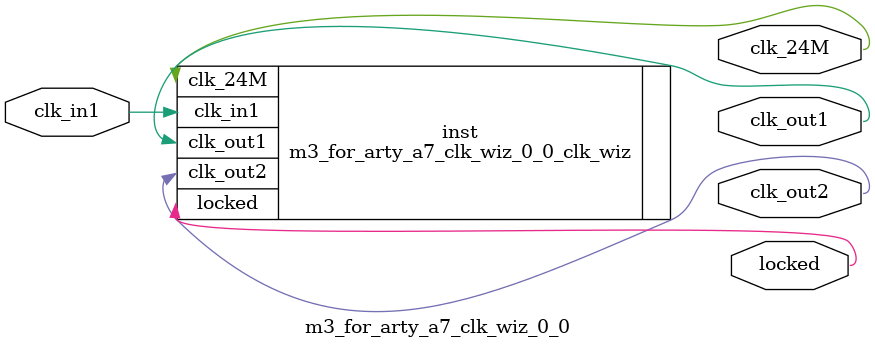
<source format=v>


`timescale 1ps/1ps

(* CORE_GENERATION_INFO = "m3_for_arty_a7_clk_wiz_0_0,clk_wiz_v6_0_1_0_0,{component_name=m3_for_arty_a7_clk_wiz_0_0,use_phase_alignment=true,use_min_o_jitter=false,use_max_i_jitter=false,use_dyn_phase_shift=false,use_inclk_switchover=false,use_dyn_reconfig=false,enable_axi=0,feedback_source=FDBK_AUTO,PRIMITIVE=MMCM,num_out_clk=3,clkin1_period=10.0,clkin2_period=10.0,use_power_down=false,use_reset=false,use_locked=true,use_inclk_stopped=false,feedback_type=SINGLE,CLOCK_MGR_TYPE=NA,manual_override=false}" *)

module m3_for_arty_a7_clk_wiz_0_0 
 (
  // Clock out ports
  output        clk_out1,
  output        clk_out2,
  output        clk_24M,
  // Status and control signals
  output        locked,
 // Clock in ports
  input         clk_in1
 );

  m3_for_arty_a7_clk_wiz_0_0_clk_wiz inst
  (
  // Clock out ports  
  .clk_out1(clk_out1),
  .clk_out2(clk_out2),
  .clk_24M(clk_24M),
  // Status and control signals               
  .locked(locked),
 // Clock in ports
  .clk_in1(clk_in1)
  );

endmodule

</source>
